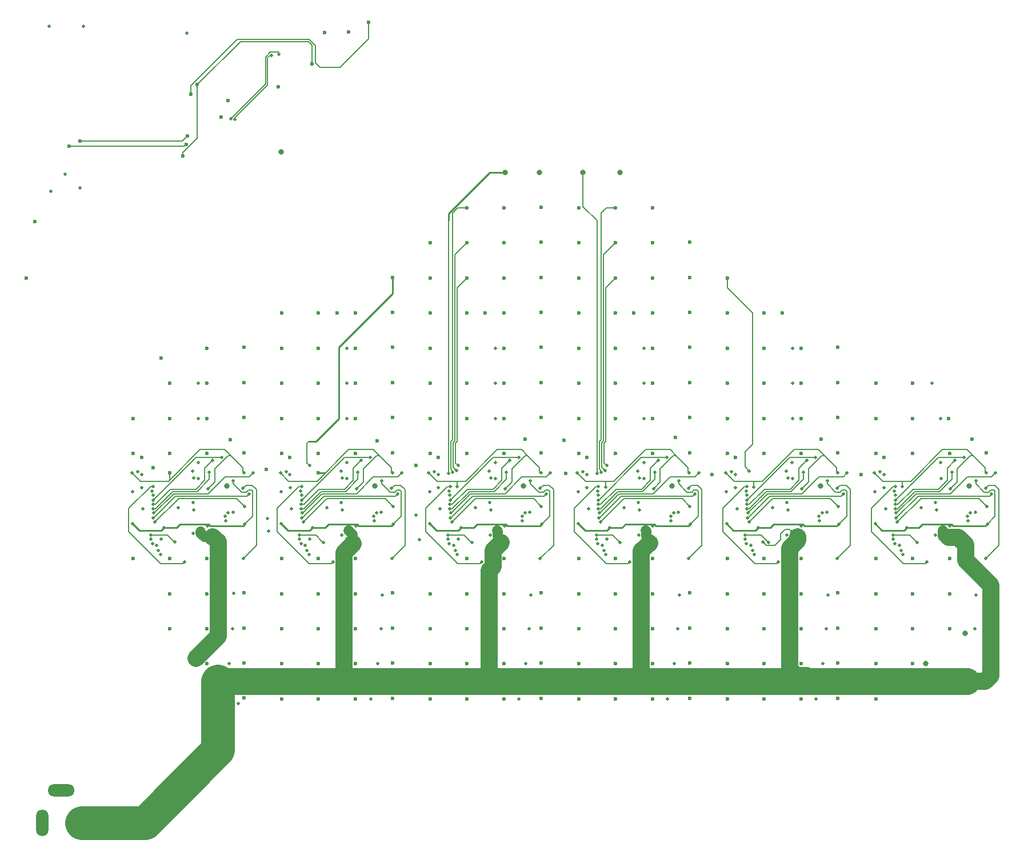
<source format=gbr>
%TF.GenerationSoftware,KiCad,Pcbnew,(5.1.7)-1*%
%TF.CreationDate,2021-01-23T13:14:38+03:00*%
%TF.ProjectId,LED_Cloud,4c45445f-436c-46f7-9564-2e6b69636164,rev?*%
%TF.SameCoordinates,Original*%
%TF.FileFunction,Copper,L2,Inr*%
%TF.FilePolarity,Positive*%
%FSLAX46Y46*%
G04 Gerber Fmt 4.6, Leading zero omitted, Abs format (unit mm)*
G04 Created by KiCad (PCBNEW (5.1.7)-1) date 2021-01-23 13:14:38*
%MOMM*%
%LPD*%
G01*
G04 APERTURE LIST*
%TA.AperFunction,ComponentPad*%
%ADD10R,1.800000X4.400000*%
%TD*%
%TA.AperFunction,ComponentPad*%
%ADD11O,1.800000X4.000000*%
%TD*%
%TA.AperFunction,ComponentPad*%
%ADD12O,4.000000X1.800000*%
%TD*%
%TA.AperFunction,ViaPad*%
%ADD13C,0.500000*%
%TD*%
%TA.AperFunction,ViaPad*%
%ADD14C,0.600000*%
%TD*%
%TA.AperFunction,ViaPad*%
%ADD15C,0.800000*%
%TD*%
%TA.AperFunction,Conductor*%
%ADD16C,0.200000*%
%TD*%
%TA.AperFunction,Conductor*%
%ADD17C,0.250000*%
%TD*%
%TA.AperFunction,Conductor*%
%ADD18C,1.500000*%
%TD*%
%TA.AperFunction,Conductor*%
%ADD19C,2.500000*%
%TD*%
%TA.AperFunction,Conductor*%
%ADD20C,4.000000*%
%TD*%
%TA.AperFunction,Conductor*%
%ADD21C,5.000000*%
%TD*%
G04 APERTURE END LIST*
D10*
%TO.N,VBUS*%
%TO.C,J2*%
X28700000Y-157090000D03*
D11*
%TO.N,GND*%
X22900000Y-157090000D03*
D12*
X25700000Y-152290000D03*
%TD*%
D13*
%TO.N,Net-(D10-Pad3)*%
X36260000Y-108020000D03*
%TO.N,Net-(D10-Pad2)*%
X37000001Y-105079999D03*
%TO.N,Net-(D10-Pad1)*%
X37580000Y-105500000D03*
X37593554Y-107393554D03*
X37810000Y-110550000D03*
D14*
%TO.N,Net-(D25-Pad4)*%
X52770000Y-91830000D03*
X47290000Y-91940000D03*
X41800000Y-91940000D03*
D13*
X46024999Y-91940000D03*
X46024999Y-106072901D03*
D14*
%TO.N,Net-(D10-Pad4)*%
X52770000Y-97030000D03*
X47290000Y-97140000D03*
X36370000Y-97140000D03*
X41800000Y-97140000D03*
D13*
X45989081Y-103690919D03*
X46010000Y-97140000D03*
D14*
%TO.N,Net-(D11-Pad4)*%
X52770000Y-102230000D03*
X47290000Y-102340000D03*
X36370000Y-102340000D03*
X41800000Y-102340000D03*
D13*
%TO.N,Net-(D12-Pad4)*%
X47436666Y-107591333D03*
X36150000Y-105210000D03*
X52750000Y-105190000D03*
D14*
X41750000Y-105240000D03*
D13*
%TO.N,Net-(D13-Pad4)*%
X52890000Y-112840000D03*
X36280000Y-112800000D03*
X40950000Y-113360000D03*
X47340000Y-113110000D03*
X51190000Y-106390000D03*
D14*
%TO.N,Net-(D14-Pad4)*%
X47290000Y-117940000D03*
X36370000Y-117940000D03*
X41800000Y-117940000D03*
D13*
X52660000Y-117940000D03*
X52620000Y-107520000D03*
D15*
%TO.N,VBUS*%
X94190000Y-107150000D03*
D14*
X81575001Y-102915000D03*
X103575001Y-102915000D03*
X125575001Y-102915000D03*
X147575001Y-102915000D03*
D15*
X116190000Y-107150000D03*
X138190000Y-107150000D03*
X160190000Y-107150000D03*
D14*
X59575001Y-102915000D03*
X37575001Y-102915000D03*
D15*
X72190000Y-107150000D03*
X50190000Y-107150000D03*
D14*
X45920000Y-113980000D03*
X67920000Y-113980000D03*
X89920000Y-113980000D03*
X111920000Y-113980000D03*
X133920000Y-113980000D03*
X155920000Y-113980000D03*
D13*
X129610000Y-115440000D03*
D15*
X58280000Y-57660000D03*
D13*
%TO.N,GND*%
X43060000Y-110360000D03*
X45190000Y-109660000D03*
X45350000Y-110700000D03*
X40524999Y-115080000D03*
X67350000Y-110700000D03*
X67190000Y-109660000D03*
X62524999Y-115080000D03*
X65060000Y-110360000D03*
X89350000Y-110700000D03*
X89190000Y-109660000D03*
X84524999Y-115080000D03*
X87060000Y-110360000D03*
X111350000Y-110700000D03*
X111190000Y-109660000D03*
X106524999Y-115080000D03*
X109060000Y-110360000D03*
X133350000Y-110700000D03*
X131060000Y-110360000D03*
X133190000Y-109660000D03*
X155350000Y-110700000D03*
X153060000Y-110360000D03*
X155190000Y-109660000D03*
D14*
X78210000Y-104160000D03*
X39340000Y-104450000D03*
D13*
X78230000Y-111510000D03*
D14*
X49410000Y-52440000D03*
X50380000Y-50040000D03*
X64670000Y-39920000D03*
X57880000Y-47990000D03*
X68240000Y-39820000D03*
X72500000Y-100500000D03*
X94400000Y-100200000D03*
X116700000Y-100000000D03*
X138300000Y-100200000D03*
X160600000Y-100200000D03*
X50700000Y-100300000D03*
X100200000Y-100400000D03*
X100400000Y-105300000D03*
X56100000Y-104700000D03*
X122100000Y-105500000D03*
X144210000Y-105500000D03*
D13*
%TO.N,+3V3*%
X45258376Y-114222026D03*
X67240000Y-114410000D03*
X89240000Y-114410000D03*
X111240000Y-114410000D03*
X133240000Y-114410000D03*
X155240000Y-114410000D03*
X23890000Y-39020000D03*
X44300000Y-39990000D03*
X28960000Y-39020000D03*
X56390000Y-113900000D03*
X26230000Y-60920000D03*
D14*
X21750000Y-67930000D03*
X20524999Y-76390000D03*
X40530000Y-88240000D03*
%TO.N,Net-(D107-Pad4)*%
X69290000Y-102340000D03*
X58370000Y-102340000D03*
X74770000Y-102230000D03*
X63800000Y-102340000D03*
D13*
%TO.N,SCL*%
X39850000Y-115940000D03*
X61850000Y-115940000D03*
X83850000Y-115940000D03*
X105850000Y-115940000D03*
X127850000Y-115940000D03*
X149850000Y-115940000D03*
X24140000Y-63460000D03*
%TO.N,SDA*%
X40090000Y-116760000D03*
X62090000Y-116760000D03*
X84090000Y-116760000D03*
X106090000Y-116760000D03*
X128090000Y-116760000D03*
X150090000Y-116760000D03*
X28450000Y-62960000D03*
%TO.N,SYNC*%
X40380000Y-117350000D03*
X62380000Y-117350000D03*
X84380000Y-117350000D03*
X106380000Y-117350000D03*
X128380000Y-117350000D03*
X150380000Y-117350000D03*
D14*
%TO.N,Net-(D103-Pad4)*%
X66525001Y-81540000D03*
D13*
X67125000Y-104960000D03*
D14*
X63800000Y-81540000D03*
X74770000Y-81430000D03*
X69290000Y-81540000D03*
X58370000Y-81540000D03*
D13*
%TO.N,Net-(D104-Pad4)*%
X67340001Y-105942697D03*
X68024999Y-86740000D03*
D14*
X58370000Y-86740000D03*
X69290000Y-86740000D03*
X74770000Y-86630000D03*
X63800000Y-86740000D03*
D13*
%TO.N,Net-(D105-Pad4)*%
X68024999Y-106072901D03*
X68024999Y-91940000D03*
D14*
X58370000Y-91940000D03*
X63800000Y-91940000D03*
X74770000Y-91830000D03*
X69290000Y-91940000D03*
D13*
%TO.N,Net-(D106-Pad4)*%
X67989081Y-103690919D03*
X68010000Y-97140000D03*
D14*
X69290000Y-97140000D03*
X74770000Y-97030000D03*
X58370000Y-97140000D03*
X63800000Y-97140000D03*
D13*
%TO.N,Net-(D108-Pad4)*%
X74750000Y-105190000D03*
X58150000Y-105210000D03*
X69436666Y-107591333D03*
D14*
X63730000Y-105240000D03*
D13*
%TO.N,Net-(D109-Pad4)*%
X74890000Y-112840000D03*
X58280000Y-112800000D03*
X69340000Y-113110000D03*
X62950000Y-113360000D03*
X73190000Y-106390000D03*
%TO.N,Net-(D110-Pad4)*%
X74620000Y-107520000D03*
X74660000Y-117940000D03*
D14*
X63800000Y-117940000D03*
X58370000Y-117940000D03*
X69290000Y-117940000D03*
D13*
%TO.N,Net-(D111-Pad4)*%
X73124978Y-111038164D03*
X73261184Y-123338490D03*
D14*
X74770000Y-123030000D03*
X63800000Y-123140000D03*
X69290000Y-123140000D03*
X58370000Y-123140000D03*
D13*
%TO.N,Net-(D112-Pad4)*%
X72410000Y-111120000D03*
X73050000Y-128340000D03*
D14*
X74770000Y-128230000D03*
X63800000Y-128340000D03*
X69290000Y-128340000D03*
X58370000Y-128340000D03*
D13*
%TO.N,Net-(D113-Pad4)*%
X71978513Y-111668896D03*
X72540000Y-133540000D03*
D14*
X69290000Y-133540000D03*
X63800000Y-133540000D03*
X74770000Y-133430000D03*
X58370000Y-133540000D03*
D13*
%TO.N,Net-(D114-Pad4)*%
X72035218Y-112316430D03*
X71520000Y-138740000D03*
D14*
X63800000Y-138740000D03*
X69290000Y-138740000D03*
X74770000Y-138630000D03*
X58370000Y-138740000D03*
D13*
%TO.N,SDB*%
X39198708Y-115697431D03*
X61198708Y-115697431D03*
X83198708Y-115697431D03*
X105198708Y-115697431D03*
X127198708Y-115697431D03*
X149198708Y-115697431D03*
X56210000Y-111980000D03*
%TO.N,IICRST*%
X38980963Y-115084986D03*
X60980963Y-115084986D03*
X82980963Y-115084986D03*
X104980963Y-115084986D03*
X126980963Y-115084986D03*
X148980963Y-115084986D03*
X78750000Y-115149950D03*
D14*
%TO.N,Net-(D133-Pad4)*%
X91290000Y-71140000D03*
X96770000Y-71030000D03*
X80370000Y-71140000D03*
D13*
X84248538Y-104857383D03*
D14*
X85800000Y-71140000D03*
%TO.N,Net-(D134-Pad4)*%
X85800000Y-76340000D03*
X91290000Y-76340000D03*
X96770000Y-76230000D03*
X80370000Y-76340000D03*
D13*
X84520000Y-104150000D03*
D14*
%TO.N,Net-(D135-Pad4)*%
X96770000Y-81430000D03*
X91290000Y-81540000D03*
X80370000Y-81540000D03*
X85800000Y-81540000D03*
D13*
X89125000Y-104960000D03*
D14*
X88525001Y-81540000D03*
%TO.N,Net-(D136-Pad4)*%
X80370000Y-86740000D03*
X96770000Y-86630000D03*
X91290000Y-86740000D03*
X85800000Y-86740000D03*
D13*
X89340001Y-105942697D03*
X90024999Y-86740000D03*
D14*
%TO.N,Net-(D137-Pad4)*%
X85800000Y-91940000D03*
X91290000Y-91940000D03*
X80370000Y-91940000D03*
X96770000Y-91830000D03*
D13*
X90024999Y-106072901D03*
X90024999Y-91940000D03*
D14*
%TO.N,Net-(D138-Pad4)*%
X91290000Y-97140000D03*
X96770000Y-97030000D03*
X80370000Y-97140000D03*
X85800000Y-97140000D03*
D13*
X89989081Y-103690919D03*
X90010000Y-97140000D03*
D14*
%TO.N,Net-(D139-Pad4)*%
X91290000Y-102340000D03*
X96770000Y-102230000D03*
X85800000Y-102340000D03*
X80370000Y-102340000D03*
D13*
%TO.N,Net-(D140-Pad4)*%
X96750000Y-105190000D03*
X80150000Y-105210000D03*
X91436666Y-107591333D03*
X84375923Y-107290000D03*
%TO.N,Net-(D141-Pad4)*%
X96890000Y-112840000D03*
X80280000Y-112800000D03*
X91340000Y-113110000D03*
X84950000Y-113360000D03*
X95190000Y-106390000D03*
D14*
%TO.N,Net-(D142-Pad4)*%
X80370000Y-117940000D03*
X91290000Y-117940000D03*
X85800000Y-117940000D03*
D13*
X96660000Y-117940000D03*
X96620000Y-107520000D03*
%TO.N,Net-(D143-Pad4)*%
X95124978Y-111038164D03*
X95261184Y-123338490D03*
D14*
X96770000Y-123030000D03*
X91290000Y-123140000D03*
X80370000Y-123140000D03*
X85800000Y-123140000D03*
%TO.N,Net-(D144-Pad4)*%
X80370000Y-128340000D03*
X85800000Y-128340000D03*
X96770000Y-128230000D03*
X91290000Y-128340000D03*
D13*
X94410000Y-111120000D03*
X95050000Y-128340000D03*
D14*
%TO.N,Net-(D145-Pad4)*%
X91290000Y-133540000D03*
X96770000Y-133430000D03*
X85800000Y-133540000D03*
X80370000Y-133540000D03*
D13*
X93978513Y-111668896D03*
X94540000Y-133540000D03*
D14*
%TO.N,Net-(D146-Pad4)*%
X96770000Y-138630000D03*
X80370000Y-138740000D03*
X91290000Y-138740000D03*
X85800000Y-138740000D03*
D13*
X94035218Y-112316430D03*
X93520000Y-138740000D03*
%TO.N,Net-(D163-Pad1)*%
X93450001Y-102900001D03*
X83291140Y-109246223D03*
%TO.N,Net-(D163-Pad2)*%
X92125002Y-103400001D03*
X83268727Y-109895849D03*
%TO.N,Net-(D163-Pad3)*%
X91630000Y-105120000D03*
X83264962Y-110545850D03*
%TO.N,Net-(D179-Pad1)*%
X83403147Y-111181004D03*
X98130000Y-105240000D03*
%TO.N,Net-(D179-Pad2)*%
X97548505Y-108364726D03*
X83340000Y-111930000D03*
%TO.N,Net-(D179-Pad3)*%
X96830000Y-110199989D03*
X83574050Y-112536402D03*
%TO.N,Net-(D195-Pad1)*%
X103810000Y-110550000D03*
X103593554Y-107393554D03*
X103580000Y-105500000D03*
%TO.N,Net-(D195-Pad2)*%
X103000001Y-105079999D03*
%TO.N,Net-(D195-Pad3)*%
X102260000Y-108020000D03*
D15*
%TO.N,Net-(D195-Pad4)*%
X103003843Y-60678514D03*
D13*
X105046542Y-105323813D03*
D15*
X108461486Y-60678514D03*
D14*
%TO.N,Net-(D196-Pad4)*%
X102370000Y-65940000D03*
X113290000Y-65940000D03*
X107800000Y-65940000D03*
D13*
X105677622Y-105168120D03*
D14*
%TO.N,Net-(D197-Pad4)*%
X102370000Y-71140000D03*
X107800000Y-71140000D03*
D13*
X106248538Y-104857383D03*
D14*
X113290000Y-71140000D03*
X118770000Y-71030000D03*
%TO.N,Net-(D198-Pad4)*%
X102370000Y-76340000D03*
D13*
X106520000Y-104150000D03*
D14*
X107800000Y-76340000D03*
X113290000Y-76340000D03*
X118770000Y-76230000D03*
%TO.N,Net-(D199-Pad4)*%
X113290000Y-81540000D03*
D13*
X111125000Y-104960000D03*
D14*
X118770000Y-81430000D03*
X107800000Y-81540000D03*
X110525001Y-81540000D03*
X102370000Y-81540000D03*
%TO.N,Net-(D200-Pad4)*%
X102370000Y-86740000D03*
X113290000Y-86740000D03*
X107800000Y-86740000D03*
X118770000Y-86630000D03*
D13*
X111340001Y-105942697D03*
X112024999Y-86740000D03*
D14*
%TO.N,Net-(D201-Pad4)*%
X102370000Y-91940000D03*
X113290000Y-91940000D03*
D13*
X112024999Y-106072901D03*
X112024999Y-91940000D03*
D14*
X107800000Y-91940000D03*
X118770000Y-91830000D03*
D13*
%TO.N,Net-(D202-Pad4)*%
X112010000Y-97140000D03*
D14*
X107800000Y-97140000D03*
X113290000Y-97140000D03*
X118770000Y-97030000D03*
X102370000Y-97140000D03*
D13*
X111989081Y-103690919D03*
D14*
%TO.N,Net-(D203-Pad4)*%
X102370000Y-102340000D03*
X118770000Y-102230000D03*
X113290000Y-102340000D03*
X107800000Y-102340000D03*
D13*
%TO.N,Net-(D204-Pad4)*%
X118750000Y-105190000D03*
X113436666Y-107591333D03*
X102150000Y-105210000D03*
X106370000Y-107320000D03*
%TO.N,Net-(D205-Pad4)*%
X106950000Y-113360000D03*
X102280000Y-112800000D03*
X113340000Y-113110000D03*
X118890000Y-112840000D03*
X117190000Y-106390000D03*
D14*
%TO.N,Net-(D206-Pad4)*%
X113290000Y-117940000D03*
X102370000Y-117940000D03*
D13*
X118620000Y-107520000D03*
D14*
X107800000Y-117940000D03*
D13*
X118660000Y-117940000D03*
%TO.N,Net-(D207-Pad4)*%
X117261184Y-123338490D03*
D14*
X113290000Y-123140000D03*
X118770000Y-123030000D03*
D13*
X117124978Y-111038164D03*
D14*
X107800000Y-123140000D03*
X102370000Y-123140000D03*
%TO.N,Net-(D208-Pad4)*%
X107800000Y-128340000D03*
X102370000Y-128340000D03*
X113290000Y-128340000D03*
D13*
X117050000Y-128340000D03*
X116410000Y-111120000D03*
D14*
X118770000Y-128230000D03*
%TO.N,Net-(D209-Pad4)*%
X118770000Y-133430000D03*
X102370000Y-133540000D03*
D13*
X115978513Y-111668896D03*
D14*
X113290000Y-133540000D03*
D13*
X116540000Y-133540000D03*
D14*
X107800000Y-133540000D03*
%TO.N,Net-(D210-Pad4)*%
X107800000Y-138740000D03*
X102370000Y-138740000D03*
X113290000Y-138740000D03*
X118770000Y-138630000D03*
D13*
X115520000Y-138740000D03*
X116035218Y-112316430D03*
%TO.N,Net-(D211-Pad3)*%
X105277329Y-108540219D03*
%TO.N,Net-(D211-Pad2)*%
X105153533Y-107902104D03*
X108510000Y-115560000D03*
X104975001Y-114435011D03*
%TO.N,Net-(D211-Pad1)*%
X105288139Y-107266182D03*
X109950001Y-118465000D03*
D14*
%TO.N,Net-(D262-Pad4)*%
X124370000Y-76340000D03*
D13*
X127610000Y-104940000D03*
%TO.N,Net-(D263-Pad4)*%
X133125000Y-104960000D03*
D14*
X129800000Y-81540000D03*
X132525001Y-81540000D03*
X124370000Y-81540000D03*
%TO.N,Net-(D264-Pad4)*%
X135290000Y-86740000D03*
X129800000Y-86740000D03*
X124370000Y-86740000D03*
X140770000Y-86630000D03*
D13*
X133340001Y-105942697D03*
X134024999Y-86740000D03*
D14*
%TO.N,Net-(D265-Pad4)*%
X129800000Y-91940000D03*
X140770000Y-91830000D03*
X124370000Y-91940000D03*
X135290000Y-91940000D03*
D13*
X134024999Y-91940000D03*
X134024999Y-106072901D03*
%TO.N,Net-(D266-Pad4)*%
X133989081Y-103690919D03*
X134010000Y-97140000D03*
D14*
X135290000Y-97140000D03*
X129800000Y-97140000D03*
X140770000Y-97030000D03*
X124370000Y-97140000D03*
%TO.N,Net-(D267-Pad4)*%
X124370000Y-102340000D03*
X140770000Y-102230000D03*
X135290000Y-102340000D03*
X129800000Y-102340000D03*
D13*
%TO.N,Net-(D268-Pad4)*%
X124150000Y-105210000D03*
X135436666Y-107591333D03*
X140750000Y-105190000D03*
X128300000Y-107330000D03*
%TO.N,Net-(D269-Pad4)*%
X124280000Y-112800000D03*
X135340000Y-113110000D03*
X128950000Y-113360000D03*
X139190000Y-106390000D03*
X140890000Y-112840000D03*
%TO.N,Net-(D270-Pad4)*%
X140660000Y-117940000D03*
D14*
X135290000Y-117940000D03*
X124370000Y-117940000D03*
X129800000Y-117940000D03*
D13*
X140620000Y-107520000D03*
D14*
%TO.N,Net-(D271-Pad4)*%
X124370000Y-123140000D03*
D13*
X139261184Y-123338490D03*
D14*
X135290000Y-123140000D03*
X129800000Y-123140000D03*
D13*
X139124978Y-111038164D03*
D14*
X140770000Y-123030000D03*
%TO.N,Net-(D272-Pad4)*%
X140770000Y-128230000D03*
D13*
X138410000Y-111120000D03*
D14*
X129800000Y-128340000D03*
D13*
X139050000Y-128340000D03*
D14*
X135290000Y-128340000D03*
X124370000Y-128340000D03*
%TO.N,Net-(D273-Pad4)*%
X129800000Y-133540000D03*
X140770000Y-133430000D03*
X135290000Y-133540000D03*
X124370000Y-133540000D03*
D13*
X137978513Y-111668896D03*
X138540000Y-133540000D03*
%TO.N,Net-(D274-Pad4)*%
X138035218Y-112316430D03*
D14*
X129800000Y-138740000D03*
X140770000Y-138630000D03*
X124370000Y-138740000D03*
X135290000Y-138740000D03*
D13*
X137520000Y-138740000D03*
D14*
%TO.N,Net-(D329-Pad4)*%
X151800000Y-91940000D03*
X146370000Y-91940000D03*
D13*
X156024999Y-106072901D03*
X154680000Y-91950000D03*
%TO.N,Net-(D330-Pad4)*%
X155989081Y-103690919D03*
X156010000Y-97140000D03*
D14*
X151800000Y-97140000D03*
X146370000Y-97140000D03*
X157200000Y-97220000D03*
%TO.N,Net-(D331-Pad4)*%
X146370000Y-102340000D03*
X162770000Y-102230000D03*
X157290000Y-102340000D03*
X151800000Y-102340000D03*
D13*
%TO.N,Net-(D332-Pad4)*%
X146150000Y-105210000D03*
X157436666Y-107591333D03*
X162750000Y-105190000D03*
X150320000Y-107270000D03*
%TO.N,Net-(D333-Pad4)*%
X157340000Y-113110000D03*
X150950000Y-113360000D03*
X161190000Y-106390000D03*
X146280000Y-112800000D03*
X162890000Y-112840000D03*
%TO.N,Net-(D334-Pad4)*%
X162660000Y-117940000D03*
D14*
X157290000Y-117940000D03*
X146370000Y-117940000D03*
D13*
X162620000Y-107520000D03*
D14*
X151800000Y-117940000D03*
%TO.N,Net-(D335-Pad4)*%
X146370000Y-123140000D03*
D13*
X161261184Y-123338490D03*
D14*
X151800000Y-123140000D03*
D13*
X161124978Y-111038164D03*
D14*
X157290000Y-123140000D03*
D13*
%TO.N,Net-(D336-Pad4)*%
X160410000Y-111120000D03*
D14*
X151800000Y-128340000D03*
D13*
X161050000Y-128340000D03*
D14*
X146370000Y-128340000D03*
X157290000Y-128340000D03*
%TO.N,Net-(D337-Pad4)*%
X151800000Y-133540000D03*
D13*
X159978513Y-111668896D03*
D14*
X146370000Y-133540000D03*
D15*
X153762095Y-133543063D03*
D13*
%TO.N,Net-(D338-Pad4)*%
X160035218Y-112316430D03*
D14*
X146370000Y-138740000D03*
D15*
X159650000Y-129015000D03*
D14*
%TO.N,EN*%
X44875000Y-49085000D03*
X71250000Y-38440000D03*
D13*
%TO.N,USB_D+*%
X57910000Y-43180000D03*
X50800000Y-52730000D03*
%TO.N,USB_D-*%
X51400000Y-52830000D03*
X56860000Y-43300000D03*
%TO.N,Net-(D25-Pad3)*%
X39277329Y-108540219D03*
%TO.N,Net-(D25-Pad2)*%
X38975001Y-114435011D03*
X39153533Y-107902104D03*
X42500000Y-115480000D03*
%TO.N,Net-(D25-Pad1)*%
X43950001Y-118465000D03*
X39288139Y-107266182D03*
D14*
%TO.N,Net-(D31-Pad4)*%
X52770000Y-123030000D03*
X47290000Y-123140000D03*
X41800000Y-123140000D03*
D13*
X51124978Y-111038164D03*
X51261184Y-123121184D03*
D14*
%TO.N,Net-(D32-Pad4)*%
X52770000Y-128230000D03*
X47290000Y-128340000D03*
X41800000Y-128340000D03*
D13*
X50410000Y-111120000D03*
X51050000Y-128340000D03*
%TO.N,Net-(D40-Pad4)*%
X45340001Y-105942697D03*
D14*
X47290000Y-86740000D03*
X52770000Y-86630000D03*
D13*
%TO.N,Net-(D40-Pad3)*%
X47630000Y-105120000D03*
X39264962Y-110545850D03*
%TO.N,Net-(D40-Pad2)*%
X48125002Y-103400001D03*
X39268727Y-109895849D03*
%TO.N,Net-(D40-Pad1)*%
X49450001Y-102900001D03*
X39291140Y-109246223D03*
D14*
%TO.N,Net-(D49-Pad4)*%
X52770000Y-133430000D03*
X47290000Y-133540000D03*
D13*
X50540000Y-133540000D03*
X49978513Y-111668896D03*
%TO.N,Net-(D55-Pad4)*%
X45125000Y-104960000D03*
%TO.N,Net-(D55-Pad3)*%
X39574050Y-112536402D03*
X52830000Y-110199989D03*
%TO.N,Net-(D55-Pad2)*%
X39340000Y-111930000D03*
X53548505Y-108364726D03*
%TO.N,Net-(D55-Pad1)*%
X54130000Y-105240000D03*
X39403147Y-111181004D03*
%TO.N,Net-(D66-Pad4)*%
X50035218Y-112316430D03*
D14*
X52779067Y-138620410D03*
D13*
X51890000Y-139420000D03*
%TO.N,Net-(D71-Pad3)*%
X58260000Y-108020000D03*
%TO.N,Net-(D71-Pad2)*%
X59000001Y-105079999D03*
%TO.N,Net-(D71-Pad1)*%
X59810000Y-110550000D03*
X59593554Y-107393554D03*
X59580000Y-105500000D03*
%TO.N,Net-(D87-Pad1)*%
X65950001Y-118465000D03*
X61288139Y-107266182D03*
%TO.N,Net-(D87-Pad2)*%
X64510000Y-115560000D03*
X61153533Y-107902104D03*
X60975001Y-114435011D03*
%TO.N,Net-(D87-Pad3)*%
X61277329Y-108540219D03*
%TO.N,Net-(D103-Pad1)*%
X71450001Y-102900001D03*
X61291140Y-109246223D03*
%TO.N,Net-(D103-Pad2)*%
X70125002Y-103400001D03*
X61268727Y-109895849D03*
%TO.N,Net-(D103-Pad3)*%
X61264962Y-110545850D03*
X69630000Y-105120000D03*
%TO.N,Net-(D118-Pad1)*%
X76130000Y-105240000D03*
X61403147Y-111181004D03*
%TO.N,Net-(D118-Pad2)*%
X75548505Y-108364726D03*
X61340000Y-111930000D03*
%TO.N,Net-(D118-Pad3)*%
X74830000Y-110199989D03*
X61574050Y-112536402D03*
%TO.N,Net-(D118-Pad4)*%
X62520000Y-104150000D03*
D14*
X74770000Y-76230000D03*
D13*
%TO.N,Net-(D133-Pad1)*%
X81810000Y-110550000D03*
X81593554Y-107393554D03*
X81580000Y-105500000D03*
%TO.N,Net-(D133-Pad2)*%
X81000001Y-105079999D03*
%TO.N,Net-(D133-Pad3)*%
X80260000Y-108020000D03*
D14*
%TO.N,Net-(D148-Pad4)*%
X96770000Y-65830000D03*
X91290000Y-65940000D03*
X85800000Y-65940000D03*
D13*
X83677622Y-105168120D03*
%TO.N,Net-(D148-Pad3)*%
X83277329Y-108540219D03*
%TO.N,Net-(D148-Pad2)*%
X86510000Y-115560000D03*
X82975001Y-114435011D03*
X83153533Y-107902104D03*
%TO.N,Net-(D148-Pad1)*%
X87950001Y-118465000D03*
X83288139Y-107266182D03*
%TO.N,Net-(D163-Pad4)*%
X83046542Y-105323813D03*
D15*
X96558514Y-60678514D03*
X91451486Y-60678514D03*
D13*
%TO.N,Net-(D228-Pad1)*%
X105291140Y-109246223D03*
X115450001Y-102900001D03*
%TO.N,Net-(D228-Pad2)*%
X105268727Y-109895849D03*
X114125002Y-103400001D03*
%TO.N,Net-(D228-Pad3)*%
X113630000Y-105120000D03*
X105264962Y-110545850D03*
%TO.N,Net-(D245-Pad1)*%
X120130000Y-105240000D03*
X105403147Y-111181004D03*
%TO.N,Net-(D245-Pad2)*%
X119548505Y-108364726D03*
X105340000Y-111930000D03*
%TO.N,Net-(D245-Pad3)*%
X118830000Y-110199989D03*
X105574050Y-112536402D03*
%TO.N,Net-(D262-Pad1)*%
X125810000Y-110550000D03*
X125593554Y-107393554D03*
X125580000Y-105500000D03*
%TO.N,Net-(D262-Pad2)*%
X125000001Y-105079999D03*
%TO.N,Net-(D262-Pad3)*%
X124260000Y-108020000D03*
%TO.N,Net-(D279-Pad3)*%
X127277329Y-108540219D03*
%TO.N,Net-(D279-Pad2)*%
X127153533Y-107902104D03*
X126975001Y-114435011D03*
X130510000Y-115560000D03*
%TO.N,Net-(D279-Pad1)*%
X127288139Y-107266182D03*
X131950001Y-118465000D03*
%TO.N,Net-(D296-Pad3)*%
X135630000Y-105120000D03*
X127264962Y-110545850D03*
%TO.N,Net-(D296-Pad2)*%
X127268727Y-109895849D03*
X136125002Y-103400001D03*
%TO.N,Net-(D296-Pad1)*%
X127291140Y-109246223D03*
X137450001Y-102900001D03*
%TO.N,Net-(D312-Pad3)*%
X127574050Y-112536402D03*
X140830000Y-110199989D03*
%TO.N,Net-(D312-Pad2)*%
X127340000Y-111930000D03*
X141548505Y-108364726D03*
%TO.N,Net-(D312-Pad1)*%
X127403147Y-111181004D03*
X142130000Y-105240000D03*
%TO.N,Net-(D345-Pad1)*%
X149288139Y-107266182D03*
X153950001Y-118465000D03*
%TO.N,Net-(D345-Pad2)*%
X152510000Y-115560000D03*
X149153533Y-107902104D03*
X148975001Y-114435011D03*
%TO.N,Net-(D345-Pad3)*%
X149277329Y-108540219D03*
%TO.N,Net-(D361-Pad1)*%
X149291140Y-109246223D03*
X159450001Y-102900001D03*
%TO.N,Net-(D361-Pad2)*%
X149268727Y-109895849D03*
X158125002Y-103400001D03*
%TO.N,Net-(D361-Pad3)*%
X157630000Y-105120000D03*
X149264962Y-110545850D03*
%TO.N,Net-(D378-Pad3)*%
X149574050Y-112536402D03*
X162830000Y-110199989D03*
%TO.N,Net-(D378-Pad2)*%
X163548505Y-108364726D03*
X149340000Y-111930000D03*
%TO.N,Net-(D378-Pad1)*%
X164130000Y-105240000D03*
X149403147Y-111181004D03*
D14*
%TO.N,IO_0*%
X45830000Y-47690000D03*
X62880000Y-44590000D03*
X43700000Y-58200000D03*
%TO.N,TXD_0*%
X44190000Y-56510000D03*
X26855000Y-56810000D03*
%TO.N,RXD_0*%
X28480000Y-56010000D03*
X44370000Y-55300000D03*
D13*
%TO.N,Net-(D329-Pad3)*%
X146260000Y-108020000D03*
%TO.N,Net-(D329-Pad2)*%
X147000001Y-105079999D03*
%TO.N,Net-(D329-Pad1)*%
X147810000Y-110550000D03*
X147593554Y-107393554D03*
X147580000Y-105500000D03*
%TD*%
D16*
%TO.N,Net-(D12-Pad4)*%
X37410000Y-106470000D02*
X36150000Y-105210000D01*
X41580000Y-106470000D02*
X37410000Y-106470000D01*
X49889999Y-101789999D02*
X46260001Y-101789999D01*
X47436666Y-107591333D02*
X48440000Y-106587999D01*
X48440000Y-104650004D02*
X50390004Y-102700000D01*
X48440000Y-106587999D02*
X48440000Y-104650004D01*
X50790000Y-102700000D02*
X50795000Y-102695000D01*
X50390004Y-102700000D02*
X50790000Y-102700000D01*
X50795000Y-102695000D02*
X49889999Y-101789999D01*
X52574999Y-104474999D02*
X50795000Y-102695000D01*
X52665001Y-105105001D02*
X52750000Y-105190000D01*
X52574999Y-105105001D02*
X52665001Y-105105001D01*
X52574999Y-105105001D02*
X52574999Y-104474999D01*
X41750000Y-106300000D02*
X41670000Y-106380000D01*
X41750000Y-105240000D02*
X41750000Y-106300000D01*
X41670000Y-106380000D02*
X41580000Y-106470000D01*
X46260001Y-101789999D02*
X41670000Y-106380000D01*
D17*
%TO.N,Net-(D13-Pad4)*%
X47550000Y-112900000D02*
X47340000Y-113110000D01*
X47550000Y-112840000D02*
X47550000Y-112900000D01*
X43760000Y-112840000D02*
X43280000Y-112840000D01*
X42760000Y-113360000D02*
X40950000Y-113360000D01*
X43280000Y-112840000D02*
X42760000Y-113360000D01*
X40950000Y-113360000D02*
X40520000Y-113790000D01*
X37270000Y-113790000D02*
X36280000Y-112800000D01*
X40520000Y-113790000D02*
X37270000Y-113790000D01*
X52640001Y-113089999D02*
X47799999Y-113089999D01*
X52890000Y-112840000D02*
X52640001Y-113089999D01*
X47799999Y-113089999D02*
X47550000Y-112840000D01*
D16*
X52419999Y-108060001D02*
X53113228Y-108060001D01*
X51190000Y-106390000D02*
X51190000Y-106830002D01*
X51190000Y-106830002D02*
X52419999Y-108060001D01*
X53113228Y-108060001D02*
X53433229Y-107740000D01*
X54048506Y-111681494D02*
X52890000Y-112840000D01*
X53830000Y-107740000D02*
X54048506Y-107958506D01*
X54048506Y-107958506D02*
X54048506Y-111681494D01*
X53433229Y-107740000D02*
X53830000Y-107740000D01*
D17*
X47340000Y-113000000D02*
X47500000Y-112840000D01*
X47340000Y-113110000D02*
X47340000Y-113000000D01*
X47500000Y-112840000D02*
X43760000Y-112840000D01*
X47550000Y-112840000D02*
X47500000Y-112840000D01*
D16*
%TO.N,Net-(D14-Pad4)*%
X54620000Y-115980000D02*
X54620000Y-107690000D01*
X52660000Y-117940000D02*
X54620000Y-115980000D01*
X52620000Y-107520000D02*
X53090000Y-107050000D01*
X53980000Y-107050000D02*
X54620000Y-107690000D01*
X53090000Y-107050000D02*
X53980000Y-107050000D01*
%TO.N,VBUS*%
X130180001Y-116010001D02*
X131439999Y-116010001D01*
X129610000Y-115440000D02*
X130180001Y-116010001D01*
X131439999Y-116010001D02*
X132300000Y-115150000D01*
X132300000Y-115150000D02*
X132300000Y-114260000D01*
X132300000Y-114260000D02*
X132930000Y-113630000D01*
X133570000Y-113630000D02*
X133920000Y-113980000D01*
X132930000Y-113630000D02*
X133570000Y-113630000D01*
D18*
X46358377Y-114158377D02*
X46358377Y-113980000D01*
X46910001Y-114710001D02*
X46358377Y-114158377D01*
X48108001Y-114710001D02*
X46910001Y-114710001D01*
D19*
X163400000Y-121900000D02*
X159700000Y-118200000D01*
X159700000Y-118200000D02*
X159700000Y-116600000D01*
X159700000Y-116600000D02*
X159700000Y-115900000D01*
X159700000Y-115900000D02*
X158600000Y-114800000D01*
X158600000Y-114800000D02*
X157200000Y-114800000D01*
D18*
X156340001Y-113881999D02*
X156273012Y-113815010D01*
X156340001Y-114640001D02*
X156340001Y-113881999D01*
X156500000Y-114800000D02*
X156340001Y-114640001D01*
X157200000Y-114800000D02*
X156500000Y-114800000D01*
D19*
X133639999Y-134332001D02*
X133639999Y-122032003D01*
X134601062Y-135293064D02*
X133639999Y-134332001D01*
X136193064Y-135293064D02*
X134601062Y-135293064D01*
D20*
X136193064Y-136093064D02*
X159906936Y-136093064D01*
D19*
X163400000Y-129400000D02*
X163400000Y-135300000D01*
X163400000Y-131800000D02*
X163400000Y-129400000D01*
X163400000Y-129400000D02*
X163400000Y-121900000D01*
X162606936Y-136093064D02*
X159906936Y-136093064D01*
X163400000Y-135300000D02*
X162606936Y-136093064D01*
X111639999Y-134760001D02*
X111639999Y-116860001D01*
X110306936Y-136093064D02*
X111639999Y-134760001D01*
D20*
X110306936Y-136093064D02*
X136193064Y-136093064D01*
D19*
X111639999Y-116860001D02*
X112840001Y-115659999D01*
D18*
X112340001Y-113881999D02*
X112273012Y-113815010D01*
X112340001Y-114640001D02*
X112340001Y-113881999D01*
X112840001Y-115140001D02*
X112340001Y-114640001D01*
X112840001Y-115659999D02*
X112840001Y-115140001D01*
D19*
X134840001Y-115178001D02*
X134840001Y-114710001D01*
X133639999Y-116378003D02*
X134840001Y-115178001D01*
X133639999Y-122032003D02*
X133639999Y-116378003D01*
X89639999Y-119143004D02*
X89639999Y-116760001D01*
X89106936Y-119676067D02*
X89639999Y-119143004D01*
X89106936Y-136093064D02*
X89106936Y-119676067D01*
D20*
X89106936Y-136093064D02*
X110306936Y-136093064D01*
D19*
X89639999Y-116760001D02*
X90840001Y-115559999D01*
D18*
X90340001Y-113881999D02*
X90273012Y-113815010D01*
X90340001Y-114640001D02*
X90340001Y-113881999D01*
X90840001Y-115140001D02*
X90340001Y-114640001D01*
X90840001Y-115559999D02*
X90840001Y-115140001D01*
D19*
X67550002Y-135636126D02*
X67550002Y-117696999D01*
X67093064Y-136093064D02*
X67550002Y-135636126D01*
D20*
X48906936Y-136093064D02*
X67093064Y-136093064D01*
X67093064Y-136093064D02*
X89106936Y-136093064D01*
D19*
X67550002Y-117696999D02*
X67550002Y-117049998D01*
X67550002Y-117049998D02*
X68900000Y-115700000D01*
X68900000Y-115700000D02*
X68840001Y-115640001D01*
D18*
X68840001Y-114381999D02*
X68273012Y-113815010D01*
X68840001Y-115640001D02*
X68840001Y-114381999D01*
X48100000Y-136900000D02*
X48906936Y-136093064D01*
D21*
X28700000Y-157090000D02*
X38080000Y-157090000D01*
X48906936Y-146263064D02*
X48906936Y-136093064D01*
X38080000Y-157090000D02*
X48906936Y-146263064D01*
D19*
X48940001Y-129447997D02*
X45639999Y-132747999D01*
X48940001Y-115459999D02*
X48940001Y-129447997D01*
X48149002Y-114669000D02*
X48940001Y-115459999D01*
X48108001Y-114710001D02*
X48149002Y-114669000D01*
D16*
%TO.N,Net-(D108-Pad4)*%
X70440000Y-104650004D02*
X72390004Y-102700000D01*
X70440000Y-106587999D02*
X70440000Y-104650004D01*
X69436666Y-107591333D02*
X70440000Y-106587999D01*
X72790000Y-102700000D02*
X72795000Y-102695000D01*
X74574999Y-104474999D02*
X72795000Y-102695000D01*
X72390004Y-102700000D02*
X72790000Y-102700000D01*
X72795000Y-102695000D02*
X71889999Y-101789999D01*
X74574999Y-105105001D02*
X74665001Y-105105001D01*
X74574999Y-105105001D02*
X74574999Y-104474999D01*
X74665001Y-105105001D02*
X74750000Y-105190000D01*
X68260001Y-101789999D02*
X63580000Y-106470000D01*
X71889999Y-101789999D02*
X68260001Y-101789999D01*
X59410000Y-106470000D02*
X58150000Y-105210000D01*
X63580000Y-106470000D02*
X59410000Y-106470000D01*
D17*
X64776426Y-105240000D02*
X64793213Y-105223213D01*
X63730000Y-105240000D02*
X64776426Y-105240000D01*
%TO.N,Net-(D109-Pad4)*%
X69550000Y-112840000D02*
X69550000Y-112900000D01*
X69550000Y-112900000D02*
X69340000Y-113110000D01*
X64760000Y-113360000D02*
X62950000Y-113360000D01*
X65280000Y-112840000D02*
X64760000Y-113360000D01*
X65760000Y-112840000D02*
X65280000Y-112840000D01*
X62950000Y-113360000D02*
X62520000Y-113790000D01*
X59270000Y-113790000D02*
X58280000Y-112800000D01*
X62520000Y-113790000D02*
X59270000Y-113790000D01*
X74640001Y-113089999D02*
X69799999Y-113089999D01*
X74890000Y-112840000D02*
X74640001Y-113089999D01*
X69799999Y-113089999D02*
X69550000Y-112840000D01*
D16*
X76048506Y-111681494D02*
X74890000Y-112840000D01*
X76048506Y-107958506D02*
X76048506Y-111681494D01*
X74419999Y-108060001D02*
X75113228Y-108060001D01*
X73190000Y-106390000D02*
X73190000Y-106830002D01*
X73190000Y-106830002D02*
X74419999Y-108060001D01*
X75113228Y-108060001D02*
X75433229Y-107740000D01*
X75433229Y-107740000D02*
X75830000Y-107740000D01*
X75830000Y-107740000D02*
X76048506Y-107958506D01*
D17*
X69340000Y-112860000D02*
X69320000Y-112840000D01*
X69340000Y-113110000D02*
X69340000Y-112860000D01*
X69320000Y-112840000D02*
X65760000Y-112840000D01*
X69550000Y-112840000D02*
X69320000Y-112840000D01*
D16*
%TO.N,Net-(D110-Pad4)*%
X74660000Y-117940000D02*
X76620000Y-115980000D01*
X76620000Y-115980000D02*
X76620000Y-107690000D01*
X74620000Y-107520000D02*
X75090000Y-107050000D01*
X75980000Y-107050000D02*
X76620000Y-107690000D01*
X75090000Y-107050000D02*
X75980000Y-107050000D01*
%TO.N,Net-(D133-Pad4)*%
X83770000Y-100704988D02*
X84027632Y-100447356D01*
X84027632Y-72912368D02*
X85800000Y-71140000D01*
X84248538Y-104857383D02*
X83770000Y-104378845D01*
X84027632Y-100447356D02*
X84027632Y-72912368D01*
X83770000Y-104378845D02*
X83770000Y-100704988D01*
X84187383Y-104857383D02*
X84027632Y-104697632D01*
X84248538Y-104857383D02*
X84187383Y-104857383D01*
%TO.N,Net-(D134-Pad4)*%
X85800000Y-76340000D02*
X84377642Y-77762358D01*
X84120010Y-100849966D02*
X84120010Y-103750010D01*
X84377642Y-100592334D02*
X84120010Y-100849966D01*
X84377642Y-77762358D02*
X84377642Y-100592334D01*
X84120010Y-103750010D02*
X84520000Y-104150000D01*
%TO.N,Net-(D140-Pad4)*%
X94795000Y-102695000D02*
X93889999Y-101789999D01*
X92440000Y-106587999D02*
X92440000Y-104650004D01*
X96574999Y-105105001D02*
X96665001Y-105105001D01*
X94790000Y-102700000D02*
X94795000Y-102695000D01*
X96574999Y-104474999D02*
X94795000Y-102695000D01*
X96574999Y-105105001D02*
X96574999Y-104474999D01*
X96665001Y-105105001D02*
X96750000Y-105190000D01*
X91436666Y-107591333D02*
X92440000Y-106587999D01*
X94390004Y-102700000D02*
X94790000Y-102700000D01*
X92440000Y-104650004D02*
X94390004Y-102700000D01*
X81410000Y-106470000D02*
X80150000Y-105210000D01*
X93889999Y-101789999D02*
X90260001Y-101789999D01*
X90260001Y-101789999D02*
X85580000Y-106470000D01*
X84310000Y-107224077D02*
X84375923Y-107290000D01*
X84310000Y-106470000D02*
X84310000Y-107224077D01*
X85580000Y-106470000D02*
X84310000Y-106470000D01*
X84310000Y-106470000D02*
X81410000Y-106470000D01*
D17*
%TO.N,Net-(D141-Pad4)*%
X91550000Y-112840000D02*
X87760000Y-112840000D01*
X87760000Y-112840000D02*
X87280000Y-112840000D01*
X86760000Y-113360000D02*
X84950000Y-113360000D01*
X87280000Y-112840000D02*
X86760000Y-113360000D01*
X91550000Y-112840000D02*
X91550000Y-112900000D01*
X91550000Y-112900000D02*
X91340000Y-113110000D01*
X96640001Y-113089999D02*
X91799999Y-113089999D01*
X96890000Y-112840000D02*
X96640001Y-113089999D01*
X91799999Y-113089999D02*
X91550000Y-112840000D01*
X81270000Y-113790000D02*
X80280000Y-112800000D01*
X84950000Y-113360000D02*
X84520000Y-113790000D01*
X84520000Y-113790000D02*
X81270000Y-113790000D01*
D16*
X98048506Y-107958506D02*
X98048506Y-111681494D01*
X98048506Y-111681494D02*
X96890000Y-112840000D01*
X97433229Y-107740000D02*
X97830000Y-107740000D01*
X96419999Y-108060001D02*
X97113228Y-108060001D01*
X97830000Y-107740000D02*
X98048506Y-107958506D01*
X95190000Y-106830002D02*
X96419999Y-108060001D01*
X95190000Y-106390000D02*
X95190000Y-106830002D01*
X97113228Y-108060001D02*
X97433229Y-107740000D01*
%TO.N,Net-(D142-Pad4)*%
X97090000Y-107050000D02*
X97980000Y-107050000D01*
X98620000Y-115980000D02*
X98620000Y-107690000D01*
X96660000Y-117940000D02*
X98620000Y-115980000D01*
X97980000Y-107050000D02*
X98620000Y-107690000D01*
X96620000Y-107520000D02*
X97090000Y-107050000D01*
%TO.N,Net-(D163-Pad1)*%
X93450001Y-102900001D02*
X89646769Y-102900001D01*
X83300547Y-109246223D02*
X83291140Y-109246223D01*
X89646769Y-102900001D02*
X83300547Y-109246223D01*
%TO.N,Net-(D163-Pad2)*%
X83622280Y-109895849D02*
X83268727Y-109895849D01*
X90960008Y-104564995D02*
X90960008Y-106344980D01*
X92125002Y-103400001D02*
X90960008Y-104564995D01*
X85878119Y-107640010D02*
X83622280Y-109895849D01*
X89664978Y-107640010D02*
X85878119Y-107640010D01*
X90960008Y-106344980D02*
X89664978Y-107640010D01*
%TO.N,Net-(D163-Pad3)*%
X89809956Y-107990020D02*
X86174345Y-107990020D01*
X86174345Y-107990020D02*
X83618515Y-110545850D01*
X83618515Y-110545850D02*
X83264962Y-110545850D01*
X91630000Y-105120000D02*
X91630000Y-106169976D01*
X91630000Y-106169976D02*
X89809956Y-107990020D01*
%TO.N,Net-(D179-Pad1)*%
X86319323Y-108340030D02*
X91427971Y-108340030D01*
X83403147Y-111181004D02*
X83478349Y-111181004D01*
X93938001Y-105830000D02*
X97540000Y-105830000D01*
X91427971Y-108340030D02*
X93938001Y-105830000D01*
X83478349Y-111181004D02*
X86319323Y-108340030D01*
X97540000Y-105830000D02*
X98130000Y-105240000D01*
%TO.N,Net-(D179-Pad2)*%
X97223191Y-108690040D02*
X97548505Y-108364726D01*
X86639960Y-108690040D02*
X97223191Y-108690040D01*
X83400000Y-111930000D02*
X86639960Y-108690040D01*
X83340000Y-111930000D02*
X83400000Y-111930000D01*
%TO.N,Net-(D179-Pad3)*%
X87070402Y-109040050D02*
X95670061Y-109040050D01*
X83574050Y-112536402D02*
X87070402Y-109040050D01*
X95670061Y-109040050D02*
X96830000Y-110199989D01*
%TO.N,Net-(D195-Pad4)*%
X105046542Y-105323813D02*
X105046542Y-67802540D01*
X103003843Y-65759841D02*
X103003843Y-60678514D01*
X105046542Y-67802540D02*
X103003843Y-65759841D01*
%TO.N,Net-(D196-Pad4)*%
X105677622Y-66712378D02*
X106450000Y-65940000D01*
X105677622Y-100302378D02*
X105677622Y-66712378D01*
X106450000Y-65940000D02*
X107800000Y-65940000D01*
X105677622Y-104941070D02*
X105396552Y-104660000D01*
X105396552Y-104660000D02*
X105396552Y-100583448D01*
X105396552Y-100583448D02*
X105677622Y-100302378D01*
%TO.N,Net-(D197-Pad4)*%
X106027632Y-100447356D02*
X106027632Y-72912368D01*
X106027632Y-72912368D02*
X107800000Y-71140000D01*
X106248538Y-104857383D02*
X105770000Y-104378845D01*
X105770000Y-104378845D02*
X105770000Y-100704988D01*
X105770000Y-100704988D02*
X106027632Y-100447356D01*
%TO.N,Net-(D198-Pad4)*%
X107800000Y-76340000D02*
X106377642Y-77762358D01*
X106377642Y-77762358D02*
X106377642Y-100592334D01*
X106120010Y-103750010D02*
X106520000Y-104150000D01*
X106377642Y-100592334D02*
X106120010Y-100849966D01*
X106120010Y-100849966D02*
X106120010Y-103750010D01*
%TO.N,Net-(D204-Pad4)*%
X113436666Y-107591333D02*
X114440000Y-106587999D01*
X114440000Y-106587999D02*
X114440000Y-104650004D01*
X116390004Y-102700000D02*
X116790000Y-102700000D01*
X112260001Y-101789999D02*
X107580000Y-106470000D01*
X103410000Y-106470000D02*
X102150000Y-105210000D01*
X118574999Y-105105001D02*
X118574999Y-104474999D01*
X118574999Y-104474999D02*
X116795000Y-102695000D01*
X114440000Y-104650004D02*
X116390004Y-102700000D01*
X116795000Y-102695000D02*
X115889999Y-101789999D01*
X115889999Y-101789999D02*
X112260001Y-101789999D01*
X106370000Y-106690000D02*
X106150000Y-106470000D01*
X106370000Y-107320000D02*
X106370000Y-106690000D01*
X106150000Y-106470000D02*
X103410000Y-106470000D01*
X107580000Y-106470000D02*
X106150000Y-106470000D01*
D17*
%TO.N,Net-(D205-Pad4)*%
X113550000Y-112840000D02*
X109760000Y-112840000D01*
X109760000Y-112840000D02*
X109280000Y-112840000D01*
X108760000Y-113360000D02*
X106950000Y-113360000D01*
X109280000Y-112840000D02*
X108760000Y-113360000D01*
D16*
X119113228Y-108060001D02*
X119433229Y-107740000D01*
X117190000Y-106830002D02*
X118419999Y-108060001D01*
D17*
X106520000Y-113790000D02*
X103270000Y-113790000D01*
X106950000Y-113360000D02*
X106520000Y-113790000D01*
D16*
X119830000Y-107740000D02*
X120048506Y-107958506D01*
D17*
X103270000Y-113790000D02*
X102280000Y-112800000D01*
D16*
X118419999Y-108060001D02*
X119113228Y-108060001D01*
X119433229Y-107740000D02*
X119830000Y-107740000D01*
X120048506Y-111681494D02*
X118890000Y-112840000D01*
D17*
X118640001Y-113089999D02*
X113799999Y-113089999D01*
D16*
X120048506Y-107958506D02*
X120048506Y-111681494D01*
D17*
X113799999Y-113089999D02*
X113550000Y-112840000D01*
D16*
X117190000Y-106830002D02*
X117190000Y-106390000D01*
D17*
X113340000Y-113050000D02*
X113550000Y-112840000D01*
X113340000Y-113110000D02*
X113340000Y-113050000D01*
X118890000Y-112840000D02*
X118640001Y-113089999D01*
D16*
%TO.N,Net-(D206-Pad4)*%
X118620000Y-107520000D02*
X119090000Y-107050000D01*
X119980000Y-107050000D02*
X120620000Y-107690000D01*
X118660000Y-117940000D02*
X120620000Y-115980000D01*
X120620000Y-115980000D02*
X120620000Y-107690000D01*
X119090000Y-107050000D02*
X119980000Y-107050000D01*
%TO.N,Net-(D211-Pad2)*%
X108310000Y-115350000D02*
X108510000Y-115550000D01*
X104975001Y-114435011D02*
X107395011Y-114435011D01*
X107395011Y-114435011D02*
X108310000Y-115350000D01*
%TO.N,Net-(D211-Pad1)*%
X101690000Y-110510768D02*
X104934586Y-107266182D01*
X109700002Y-118714999D02*
X106434999Y-118714999D01*
X106434999Y-118714999D02*
X101690000Y-113970000D01*
X109950001Y-118465000D02*
X109700002Y-118714999D01*
X101690000Y-113970000D02*
X101690000Y-110510768D01*
X104934586Y-107266182D02*
X105288139Y-107266182D01*
%TO.N,Net-(D262-Pad4)*%
X124370000Y-77790000D02*
X124370000Y-76340000D01*
X128120010Y-81540010D02*
X124370000Y-77790000D01*
X128120010Y-99319990D02*
X128120010Y-100959990D01*
X128120010Y-99319990D02*
X128120010Y-81540010D01*
X128120010Y-100959990D02*
X126990000Y-102090000D01*
X126990000Y-103780000D02*
X126990000Y-104320000D01*
X126990000Y-104320000D02*
X127610000Y-104940000D01*
X126990000Y-102090000D02*
X126990000Y-103780000D01*
X126990000Y-103780000D02*
X126990000Y-104190000D01*
%TO.N,Net-(D268-Pad4)*%
X138795000Y-102695000D02*
X137889999Y-101789999D01*
X137889999Y-101789999D02*
X134260001Y-101789999D01*
X136440000Y-104650004D02*
X138390004Y-102700000D01*
X135436666Y-107591333D02*
X136440000Y-106587999D01*
X140574999Y-105105001D02*
X140574999Y-104474999D01*
X136440000Y-106587999D02*
X136440000Y-104650004D01*
X134260001Y-101789999D02*
X129580000Y-106470000D01*
X125410000Y-106470000D02*
X124150000Y-105210000D01*
X140574999Y-104474999D02*
X138795000Y-102695000D01*
X138390004Y-102700000D02*
X138790000Y-102700000D01*
X128280000Y-107310000D02*
X128300000Y-107330000D01*
X128280000Y-106470000D02*
X128280000Y-107310000D01*
X129580000Y-106470000D02*
X128280000Y-106470000D01*
X128280000Y-106470000D02*
X125410000Y-106470000D01*
D17*
%TO.N,Net-(D269-Pad4)*%
X130760000Y-113360000D02*
X128950000Y-113360000D01*
X128950000Y-113360000D02*
X128520000Y-113790000D01*
X131760000Y-112840000D02*
X131280000Y-112840000D01*
X131280000Y-112840000D02*
X130760000Y-113360000D01*
X128520000Y-113790000D02*
X125270000Y-113790000D01*
X125270000Y-113790000D02*
X124280000Y-112800000D01*
X135799999Y-113089999D02*
X135550000Y-112840000D01*
X140640001Y-113089999D02*
X135799999Y-113089999D01*
D16*
X139190000Y-106830002D02*
X139190000Y-106390000D01*
X140419999Y-108060001D02*
X141113228Y-108060001D01*
X141113228Y-108060001D02*
X141433229Y-107740000D01*
X141433229Y-107740000D02*
X141830000Y-107740000D01*
X141830000Y-107740000D02*
X142048506Y-107958506D01*
X142048506Y-107958506D02*
X142048506Y-111681494D01*
X139190000Y-106830002D02*
X140419999Y-108060001D01*
X142048506Y-111681494D02*
X140890000Y-112840000D01*
X140640001Y-113089999D02*
X140890000Y-112840000D01*
D17*
X135340000Y-112960000D02*
X135460000Y-112840000D01*
X135340000Y-113110000D02*
X135340000Y-112960000D01*
X135460000Y-112840000D02*
X131760000Y-112840000D01*
X135550000Y-112840000D02*
X135460000Y-112840000D01*
D16*
%TO.N,Net-(D270-Pad4)*%
X141090000Y-107050000D02*
X141980000Y-107050000D01*
X140660000Y-117940000D02*
X142620000Y-115980000D01*
X142620000Y-115980000D02*
X142620000Y-107690000D01*
X140620000Y-107520000D02*
X141090000Y-107050000D01*
X141980000Y-107050000D02*
X142620000Y-107690000D01*
%TO.N,Net-(D332-Pad4)*%
X162574999Y-105105001D02*
X162574999Y-104474999D01*
X160795000Y-102695000D02*
X159889999Y-101789999D01*
X159889999Y-101789999D02*
X156260001Y-101789999D01*
X157436666Y-107591333D02*
X158440000Y-106587999D01*
X158440000Y-106587999D02*
X158440000Y-104650004D01*
X156260001Y-101789999D02*
X151580000Y-106470000D01*
X147410000Y-106470000D02*
X146150000Y-105210000D01*
X158440000Y-104650004D02*
X160390004Y-102700000D01*
X160390004Y-102700000D02*
X160790000Y-102700000D01*
X162574999Y-104474999D02*
X160795000Y-102695000D01*
X150300000Y-107250000D02*
X150320000Y-107270000D01*
X150300000Y-106470000D02*
X150300000Y-107250000D01*
X151580000Y-106470000D02*
X150300000Y-106470000D01*
X150300000Y-106470000D02*
X147410000Y-106470000D01*
D17*
%TO.N,Net-(D333-Pad4)*%
X150950000Y-113360000D02*
X150520000Y-113790000D01*
D16*
X164048506Y-111681494D02*
X162890000Y-112840000D01*
D17*
X157550000Y-112840000D02*
X153760000Y-112840000D01*
D16*
X163433229Y-107740000D02*
X163830000Y-107740000D01*
X163113228Y-108060001D02*
X163433229Y-107740000D01*
D17*
X152760000Y-113360000D02*
X150950000Y-113360000D01*
D16*
X163830000Y-107740000D02*
X164048506Y-107958506D01*
D17*
X153760000Y-112840000D02*
X153280000Y-112840000D01*
D16*
X161190000Y-106830002D02*
X162419999Y-108060001D01*
X162419999Y-108060001D02*
X163113228Y-108060001D01*
D17*
X153280000Y-112840000D02*
X152760000Y-113360000D01*
X150520000Y-113790000D02*
X147270000Y-113790000D01*
X147270000Y-113790000D02*
X146280000Y-112800000D01*
X162640001Y-113089999D02*
X157799999Y-113089999D01*
D16*
X164048506Y-107958506D02*
X164048506Y-111681494D01*
D17*
X157799999Y-113089999D02*
X157550000Y-112840000D01*
D16*
X161190000Y-106830002D02*
X161190000Y-106390000D01*
X162640001Y-113089999D02*
X162890000Y-112840000D01*
X157340000Y-113050000D02*
X157550000Y-112840000D01*
X157340000Y-113110000D02*
X157340000Y-113050000D01*
%TO.N,Net-(D334-Pad4)*%
X163980000Y-107050000D02*
X164620000Y-107690000D01*
X162660000Y-117940000D02*
X164620000Y-115980000D01*
X162620000Y-107520000D02*
X163090000Y-107050000D01*
X163090000Y-107050000D02*
X163980000Y-107050000D01*
X164620000Y-115980000D02*
X164620000Y-107690000D01*
%TO.N,EN*%
X66999999Y-45090001D02*
X71250000Y-40840000D01*
X64009999Y-45090001D02*
X66999999Y-45090001D01*
X63380001Y-44460003D02*
X64009999Y-45090001D01*
X63380001Y-41885723D02*
X63380001Y-44460003D01*
X62454268Y-40959990D02*
X63380001Y-41885723D01*
X51710010Y-40959990D02*
X62454268Y-40959990D01*
X71250000Y-40840000D02*
X71250000Y-38440000D01*
X44875000Y-47795000D02*
X51710010Y-40959990D01*
X44875000Y-49085000D02*
X44875000Y-47795000D01*
%TO.N,USB_D+*%
X50800000Y-52730000D02*
X55940000Y-47590000D01*
X56643999Y-42849999D02*
X57839999Y-42849999D01*
X55940000Y-43553998D02*
X56643999Y-42849999D01*
X55940000Y-47590000D02*
X55940000Y-43553998D01*
X57910000Y-42920000D02*
X57910000Y-43180000D01*
X57839999Y-42849999D02*
X57910000Y-42920000D01*
%TO.N,USB_D-*%
X56618276Y-43300000D02*
X56860000Y-43300000D01*
X56240010Y-43678266D02*
X56618276Y-43300000D01*
X56240009Y-47714269D02*
X56240010Y-43678266D01*
X51400000Y-52554278D02*
X56240009Y-47714269D01*
X51400000Y-52830000D02*
X51400000Y-52554278D01*
%TO.N,Net-(D25-Pad2)*%
X38975001Y-114435011D02*
X41395011Y-114435011D01*
X41395011Y-114435011D02*
X42310000Y-115350000D01*
X42310000Y-115350000D02*
X42510000Y-115550000D01*
X42310000Y-115360000D02*
X42310000Y-115350000D01*
X42500000Y-115480000D02*
X42310000Y-115360000D01*
%TO.N,Net-(D25-Pad1)*%
X35690000Y-113970000D02*
X35690000Y-110510768D01*
X35690000Y-110510768D02*
X38934586Y-107266182D01*
X43950001Y-118465000D02*
X43700002Y-118714999D01*
X38934586Y-107266182D02*
X39288139Y-107266182D01*
X40434999Y-118714999D02*
X35690000Y-113970000D01*
X43700002Y-118714999D02*
X40434999Y-118714999D01*
%TO.N,Net-(D40-Pad3)*%
X45809956Y-107990020D02*
X42174345Y-107990020D01*
X39618515Y-110545850D02*
X39264962Y-110545850D01*
X47630000Y-106169976D02*
X45809956Y-107990020D01*
X47630000Y-105120000D02*
X47630000Y-106169976D01*
X42174345Y-107990020D02*
X39618515Y-110545850D01*
%TO.N,Net-(D40-Pad2)*%
X39622280Y-109895849D02*
X39268727Y-109895849D01*
X46960008Y-106344980D02*
X45664978Y-107640010D01*
X46960008Y-104564995D02*
X46960008Y-106344980D01*
X48125002Y-103400001D02*
X46960008Y-104564995D01*
X45664978Y-107640010D02*
X41878119Y-107640010D01*
X41878119Y-107640010D02*
X39622280Y-109895849D01*
%TO.N,Net-(D40-Pad1)*%
X49450001Y-102900001D02*
X45646769Y-102900001D01*
X39300547Y-109246223D02*
X39291140Y-109246223D01*
X45646769Y-102900001D02*
X39300547Y-109246223D01*
%TO.N,Net-(D55-Pad3)*%
X43070402Y-109040050D02*
X51670061Y-109040050D01*
X39574050Y-112536402D02*
X43070402Y-109040050D01*
X51670061Y-109040050D02*
X52830000Y-110199989D01*
%TO.N,Net-(D55-Pad2)*%
X42639960Y-108690040D02*
X53223191Y-108690040D01*
X39400000Y-111930000D02*
X42639960Y-108690040D01*
X39340000Y-111930000D02*
X39400000Y-111930000D01*
X53223191Y-108690040D02*
X53548505Y-108364726D01*
%TO.N,Net-(D55-Pad1)*%
X53540000Y-105830000D02*
X54130000Y-105240000D01*
X49938001Y-105830000D02*
X53540000Y-105830000D01*
X42319323Y-108340030D02*
X47427971Y-108340030D01*
X47427971Y-108340030D02*
X49938001Y-105830000D01*
X39478349Y-111181004D02*
X42319323Y-108340030D01*
X39403147Y-111181004D02*
X39478349Y-111181004D01*
%TO.N,Net-(D87-Pad1)*%
X62434999Y-118714999D02*
X57690000Y-113970000D01*
X65700002Y-118714999D02*
X62434999Y-118714999D01*
X57690000Y-113970000D02*
X57690000Y-110510768D01*
X60934586Y-107266182D02*
X61288139Y-107266182D01*
X65950001Y-118465000D02*
X65700002Y-118714999D01*
X57690000Y-110510768D02*
X60934586Y-107266182D01*
%TO.N,Net-(D87-Pad2)*%
X64310000Y-115350000D02*
X64310000Y-115360000D01*
X63395011Y-114435011D02*
X64310000Y-115350000D01*
X64310000Y-115350000D02*
X64510000Y-115550000D01*
X64310000Y-115360000D02*
X64510000Y-115560000D01*
X60975001Y-114435011D02*
X63395011Y-114435011D01*
%TO.N,Net-(D103-Pad1)*%
X71450001Y-102900001D02*
X67646769Y-102900001D01*
X61300547Y-109246223D02*
X61291140Y-109246223D01*
X67646769Y-102900001D02*
X61300547Y-109246223D01*
%TO.N,Net-(D103-Pad2)*%
X61622280Y-109895849D02*
X61268727Y-109895849D01*
X68960008Y-106344980D02*
X67664978Y-107640010D01*
X70125002Y-103400001D02*
X68960008Y-104564995D01*
X67664978Y-107640010D02*
X63878119Y-107640010D01*
X68960008Y-104564995D02*
X68960008Y-106344980D01*
X63878119Y-107640010D02*
X61622280Y-109895849D01*
%TO.N,Net-(D103-Pad3)*%
X67809956Y-107990020D02*
X64174345Y-107990020D01*
X61618515Y-110545850D02*
X61264962Y-110545850D01*
X69630000Y-106169976D02*
X67809956Y-107990020D01*
X64174345Y-107990020D02*
X61618515Y-110545850D01*
X69630000Y-105120000D02*
X69630000Y-106169976D01*
%TO.N,Net-(D118-Pad1)*%
X64319323Y-108340030D02*
X69427971Y-108340030D01*
X61478349Y-111181004D02*
X64319323Y-108340030D01*
X61403147Y-111181004D02*
X61478349Y-111181004D01*
X71938001Y-105830000D02*
X75540000Y-105830000D01*
X69427971Y-108340030D02*
X71938001Y-105830000D01*
X75540000Y-105830000D02*
X76130000Y-105240000D01*
%TO.N,Net-(D118-Pad2)*%
X64639960Y-108690040D02*
X75223191Y-108690040D01*
X75223191Y-108690040D02*
X75548505Y-108364726D01*
X61340000Y-111930000D02*
X61400000Y-111930000D01*
X61400000Y-111930000D02*
X64639960Y-108690040D01*
%TO.N,Net-(D118-Pad3)*%
X65070402Y-109040050D02*
X73670061Y-109040050D01*
X61574050Y-112536402D02*
X65070402Y-109040050D01*
X73670061Y-109040050D02*
X74830000Y-110199989D01*
D17*
%TO.N,Net-(D118-Pad4)*%
X63407666Y-100592334D02*
X66830000Y-97170000D01*
X74770000Y-78650000D02*
X74770000Y-76230000D01*
X66830000Y-97170000D02*
X66830000Y-86590000D01*
X66830000Y-86590000D02*
X74770000Y-78650000D01*
X62377642Y-100592334D02*
X63407666Y-100592334D01*
D16*
X62377642Y-100592334D02*
X62120010Y-100849966D01*
X62120010Y-103750010D02*
X62520000Y-104150000D01*
X62120010Y-100849966D02*
X62120010Y-103750010D01*
%TO.N,Net-(D148-Pad4)*%
X83677622Y-66712378D02*
X84450000Y-65940000D01*
X83677622Y-105168120D02*
X83677622Y-104941070D01*
X84450000Y-65940000D02*
X85800000Y-65940000D01*
X83396552Y-104660000D02*
X83396552Y-100583448D01*
X83677622Y-104941070D02*
X83396552Y-104660000D01*
X83677622Y-100302378D02*
X83677622Y-66712378D01*
X83396552Y-100583448D02*
X83677622Y-100302378D01*
%TO.N,Net-(D148-Pad2)*%
X86310000Y-115350000D02*
X86510000Y-115550000D01*
X85395011Y-114435011D02*
X86310000Y-115350000D01*
X86310000Y-115360000D02*
X86510000Y-115560000D01*
X86310000Y-115350000D02*
X86310000Y-115360000D01*
X82975001Y-114435011D02*
X85395011Y-114435011D01*
%TO.N,Net-(D148-Pad1)*%
X87950001Y-118465000D02*
X87700002Y-118714999D01*
X82934586Y-107266182D02*
X83288139Y-107266182D01*
X79690000Y-110510768D02*
X82934586Y-107266182D01*
X87700002Y-118714999D02*
X84434999Y-118714999D01*
X79690000Y-113970000D02*
X79690000Y-110510768D01*
X84434999Y-118714999D02*
X79690000Y-113970000D01*
%TO.N,Net-(D163-Pad4)*%
X83046542Y-105323813D02*
X83046542Y-67802540D01*
D17*
X89181142Y-60678514D02*
X91451486Y-60678514D01*
X83046542Y-66813114D02*
X89181142Y-60678514D01*
X83046542Y-67802540D02*
X83046542Y-66813114D01*
D16*
%TO.N,Net-(D228-Pad1)*%
X111646769Y-102900001D02*
X105300547Y-109246223D01*
X115450001Y-102900001D02*
X111646769Y-102900001D01*
%TO.N,Net-(D228-Pad2)*%
X112960008Y-106344980D02*
X111664978Y-107640010D01*
X107878119Y-107640010D02*
X105622280Y-109895849D01*
X112960008Y-104564995D02*
X112960008Y-106344980D01*
X111664978Y-107640010D02*
X107878119Y-107640010D01*
X114125002Y-103400001D02*
X112960008Y-104564995D01*
X105622280Y-109895849D02*
X105268727Y-109895849D01*
%TO.N,Net-(D228-Pad3)*%
X111809956Y-107990020D02*
X108174345Y-107990020D01*
X108174345Y-107990020D02*
X105618515Y-110545850D01*
X113630000Y-106169976D02*
X111809956Y-107990020D01*
X113630000Y-105120000D02*
X113630000Y-106169976D01*
X105618515Y-110545850D02*
X105264962Y-110545850D01*
%TO.N,Net-(D245-Pad1)*%
X115938001Y-105830000D02*
X119540000Y-105830000D01*
X105478349Y-111181004D02*
X108319323Y-108340030D01*
X108319323Y-108340030D02*
X113427971Y-108340030D01*
X119540000Y-105830000D02*
X120130000Y-105240000D01*
X113427971Y-108340030D02*
X115938001Y-105830000D01*
%TO.N,Net-(D245-Pad2)*%
X119223191Y-108690040D02*
X119548505Y-108364726D01*
X108639960Y-108690040D02*
X119223191Y-108690040D01*
X105400000Y-111930000D02*
X108639960Y-108690040D01*
%TO.N,Net-(D245-Pad3)*%
X109070402Y-109040050D02*
X117670061Y-109040050D01*
X105574050Y-112536402D02*
X109070402Y-109040050D01*
X117670061Y-109040050D02*
X118830000Y-110199989D01*
%TO.N,Net-(D279-Pad2)*%
X130310000Y-115350000D02*
X130510000Y-115550000D01*
X129395011Y-114435011D02*
X130310000Y-115350000D01*
X126975001Y-114435011D02*
X129395011Y-114435011D01*
%TO.N,Net-(D279-Pad1)*%
X128434999Y-118714999D02*
X123690000Y-113970000D01*
X123690000Y-113970000D02*
X123690000Y-110510768D01*
X131950001Y-118465000D02*
X131700002Y-118714999D01*
X123690000Y-110510768D02*
X126934586Y-107266182D01*
X131700002Y-118714999D02*
X128434999Y-118714999D01*
X126934586Y-107266182D02*
X127288139Y-107266182D01*
%TO.N,Net-(D296-Pad3)*%
X127264962Y-110545850D02*
X127618515Y-110545850D01*
X130174345Y-107990020D02*
X127618515Y-110545850D01*
X135630000Y-106169976D02*
X133809956Y-107990020D01*
X133809956Y-107990020D02*
X130174345Y-107990020D01*
X135630000Y-105120000D02*
X135630000Y-106169976D01*
%TO.N,Net-(D296-Pad2)*%
X127268727Y-109895849D02*
X127622280Y-109895849D01*
X134960008Y-106344980D02*
X133664978Y-107640010D01*
X136125002Y-103400001D02*
X134960008Y-104564995D01*
X129878119Y-107640010D02*
X127622280Y-109895849D01*
X133664978Y-107640010D02*
X129878119Y-107640010D01*
X134960008Y-104564995D02*
X134960008Y-106344980D01*
%TO.N,Net-(D296-Pad1)*%
X133646769Y-102900001D02*
X127300547Y-109246223D01*
X137450001Y-102900001D02*
X133646769Y-102900001D01*
%TO.N,Net-(D312-Pad3)*%
X131070402Y-109040050D02*
X139670061Y-109040050D01*
X139670061Y-109040050D02*
X140830000Y-110199989D01*
X127574050Y-112536402D02*
X131070402Y-109040050D01*
%TO.N,Net-(D312-Pad2)*%
X141223191Y-108690040D02*
X141548505Y-108364726D01*
X130639960Y-108690040D02*
X141223191Y-108690040D01*
X127400000Y-111930000D02*
X130639960Y-108690040D01*
%TO.N,Net-(D312-Pad1)*%
X141540000Y-105830000D02*
X142130000Y-105240000D01*
X135427971Y-108340030D02*
X137938001Y-105830000D01*
X130319323Y-108340030D02*
X135427971Y-108340030D01*
X137938001Y-105830000D02*
X141540000Y-105830000D01*
X127478349Y-111181004D02*
X130319323Y-108340030D01*
%TO.N,Net-(D345-Pad1)*%
X145690000Y-110510768D02*
X148934586Y-107266182D01*
X145690000Y-113970000D02*
X145690000Y-110510768D01*
X153700002Y-118714999D02*
X150434999Y-118714999D01*
X150434999Y-118714999D02*
X145690000Y-113970000D01*
X153950001Y-118465000D02*
X153700002Y-118714999D01*
X148934586Y-107266182D02*
X149288139Y-107266182D01*
%TO.N,Net-(D345-Pad2)*%
X148975001Y-114435011D02*
X151395011Y-114435011D01*
X151395011Y-114435011D02*
X152310000Y-115350000D01*
X152310000Y-115350000D02*
X152510000Y-115550000D01*
%TO.N,Net-(D361-Pad1)*%
X159450001Y-102900001D02*
X155646769Y-102900001D01*
X155646769Y-102900001D02*
X149300547Y-109246223D01*
%TO.N,Net-(D361-Pad2)*%
X149268727Y-109895849D02*
X149622280Y-109895849D01*
X156960008Y-106344980D02*
X155664978Y-107640010D01*
X151878119Y-107640010D02*
X149622280Y-109895849D01*
X158125002Y-103400001D02*
X156960008Y-104564995D01*
X155664978Y-107640010D02*
X151878119Y-107640010D01*
X156960008Y-104564995D02*
X156960008Y-106344980D01*
%TO.N,Net-(D361-Pad3)*%
X149264962Y-110545850D02*
X149618515Y-110545850D01*
X155809956Y-107990020D02*
X152174345Y-107990020D01*
X157630000Y-106169976D02*
X155809956Y-107990020D01*
X152174345Y-107990020D02*
X149618515Y-110545850D01*
X157630000Y-105120000D02*
X157630000Y-106169976D01*
%TO.N,Net-(D378-Pad3)*%
X149574050Y-112536402D02*
X153070402Y-109040050D01*
X161670061Y-109040050D02*
X162830000Y-110199989D01*
X153070402Y-109040050D02*
X161670061Y-109040050D01*
%TO.N,Net-(D378-Pad2)*%
X163223191Y-108690040D02*
X163548505Y-108364726D01*
X149400000Y-111930000D02*
X152639960Y-108690040D01*
X152639960Y-108690040D02*
X163223191Y-108690040D01*
%TO.N,Net-(D378-Pad1)*%
X159938001Y-105830000D02*
X163540000Y-105830000D01*
X149478349Y-111181004D02*
X152319323Y-108340030D01*
X163540000Y-105830000D02*
X164130000Y-105240000D01*
X152319323Y-108340030D02*
X157427971Y-108340030D01*
X157427971Y-108340030D02*
X159938001Y-105830000D01*
%TO.N,IO_0*%
X45830000Y-47690000D02*
X52260000Y-41260000D01*
X52260000Y-41260000D02*
X62330000Y-41260000D01*
X62880000Y-41810000D02*
X62880000Y-44590000D01*
X62330000Y-41260000D02*
X62880000Y-41810000D01*
X45830000Y-55610002D02*
X43700000Y-57740002D01*
X45830000Y-47690000D02*
X45830000Y-55610002D01*
X43700000Y-57740002D02*
X43700000Y-58200000D01*
%TO.N,TXD_0*%
X43890001Y-56809999D02*
X44190000Y-56510000D01*
X26855000Y-56810000D02*
X43890001Y-56809999D01*
%TO.N,RXD_0*%
X43660000Y-56010000D02*
X44370000Y-55300000D01*
X28480000Y-56010000D02*
X43660000Y-56010000D01*
%TD*%
M02*

</source>
